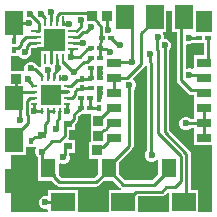
<source format=gtl>
G04*
G04 #@! TF.GenerationSoftware,Altium Limited,Altium Designer,22.2.1 (43)*
G04*
G04 Layer_Physical_Order=1*
G04 Layer_Color=3707366*
%FSLAX44Y44*%
%MOMM*%
G71*
G04*
G04 #@! TF.SameCoordinates,F780184D-461C-43E1-BE8C-576E9D5FD7FD*
G04*
G04*
G04 #@! TF.FilePolarity,Positive*
G04*
G01*
G75*
%ADD10C,0.2500*%
%ADD14R,2.0000X1.6000*%
%ADD15R,1.3000X1.6000*%
%ADD16R,0.8500X0.9000*%
%ADD17R,0.4500X0.5000*%
%ADD18R,0.8000X0.6000*%
%ADD19R,0.5000X0.4500*%
%ADD23R,1.2700X0.7600*%
%ADD24R,0.6000X0.2400*%
%ADD25R,0.2400X0.6000*%
%ADD27R,0.9000X0.8500*%
%ADD46R,1.5000X2.0000*%
%ADD47R,0.8500X0.2400*%
%ADD48R,0.2400X0.8500*%
%ADD49R,1.8000X1.8000*%
%ADD50R,1.6800X1.6800*%
%ADD51C,0.6000*%
G36*
X175000Y157250D02*
X162666D01*
X161500Y157500D01*
Y175000D01*
X175000D01*
Y157250D01*
D02*
G37*
G36*
X167927Y137550D02*
X159750D01*
Y126687D01*
X158480Y125926D01*
X157094Y126500D01*
X154906D01*
X154094Y126163D01*
X152823Y127012D01*
Y146512D01*
X153879Y147218D01*
X154406Y147000D01*
X156594D01*
X158042Y147600D01*
X159250Y147750D01*
X159250Y147750D01*
X159250Y147750D01*
X167927D01*
Y137550D01*
D02*
G37*
G36*
X50500Y154300D02*
Y141500D01*
X40300D01*
Y135371D01*
X40177Y134750D01*
X40227Y134499D01*
Y130611D01*
X39150Y129720D01*
X38544Y129812D01*
X37700Y130161D01*
Y141500D01*
X30300D01*
Y128000D01*
X30300D01*
X30300Y128000D01*
X30143Y127760D01*
X28514Y127593D01*
X27573Y128534D01*
X26588Y129192D01*
X26413Y129615D01*
X24866Y131163D01*
X22844Y132000D01*
X20656D01*
X18635Y131163D01*
X17087Y129615D01*
X16250Y127594D01*
Y125416D01*
X16250Y125406D01*
X15354Y124250D01*
X5000D01*
Y137250D01*
X11686D01*
X11837Y136884D01*
X13384Y135337D01*
X15406Y134500D01*
X17594D01*
X19615Y135337D01*
X21163Y136884D01*
X22000Y138906D01*
Y141094D01*
X21834Y141494D01*
X22073Y142697D01*
Y143962D01*
X22238Y144127D01*
X25700D01*
X26572Y144300D01*
X32500D01*
Y149300D01*
Y159500D01*
X50500D01*
Y154300D01*
D02*
G37*
G36*
X47000Y107800D02*
X51879D01*
X52500Y107676D01*
X52751Y107726D01*
X54125D01*
X54927Y106750D01*
Y105538D01*
X54763Y105373D01*
X52550D01*
X51678Y105200D01*
X47000D01*
Y95500D01*
X30000D01*
Y102800D01*
Y112500D01*
X47000D01*
Y107800D01*
D02*
G37*
G36*
X141500Y157500D02*
X145177D01*
Y116500D01*
X145468Y115037D01*
X146296Y113796D01*
X155046Y105046D01*
X156287Y104218D01*
X157750Y103927D01*
X159750D01*
Y99550D01*
X159750D01*
Y99450D01*
X159750D01*
Y86850D01*
X159750D01*
Y86750D01*
X159750D01*
Y83823D01*
X156955D01*
X156116Y84663D01*
X154094Y85500D01*
X151906D01*
X149885Y84663D01*
X148337Y83116D01*
X147500Y81094D01*
Y78906D01*
X148337Y76884D01*
X149885Y75337D01*
X151906Y74500D01*
X154094D01*
X156116Y75337D01*
X156955Y76177D01*
X159750D01*
Y74150D01*
X159750D01*
Y74050D01*
X159750D01*
Y61450D01*
X175000D01*
Y5000D01*
X163500D01*
Y23500D01*
X157323D01*
Y54000D01*
X157032Y55463D01*
X156204Y56704D01*
X138823Y74084D01*
Y142045D01*
X139663Y142885D01*
X140500Y144906D01*
Y147094D01*
X139663Y149115D01*
X138116Y150663D01*
X136094Y151500D01*
X134771D01*
X134500Y151906D01*
Y154094D01*
X133663Y156116D01*
X133451Y156327D01*
X133938Y157500D01*
X136500D01*
Y175000D01*
X141500D01*
Y157500D01*
D02*
G37*
G36*
X72250Y75000D02*
Y64000D01*
X71250D01*
Y50000D01*
X78500D01*
Y36907D01*
X75416Y33823D01*
X47548D01*
X45573Y35798D01*
Y36750D01*
X45500Y37119D01*
Y45122D01*
X46770Y45971D01*
X47906Y45500D01*
X50094D01*
X52116Y46337D01*
X53663Y47884D01*
X54500Y49906D01*
Y52094D01*
X54064Y53148D01*
X54073Y53197D01*
Y55000D01*
X59500D01*
Y66000D01*
X54052D01*
X53373Y67270D01*
X53782Y67883D01*
X54073Y69346D01*
Y74000D01*
X59500D01*
Y79593D01*
X61204Y81296D01*
X62032Y82537D01*
X62323Y84000D01*
Y86263D01*
X63797Y87736D01*
X63869Y87750D01*
X72250D01*
Y75000D01*
D02*
G37*
G36*
X119205Y128802D02*
X119677Y128637D01*
Y56455D01*
X119337Y56115D01*
X118500Y54094D01*
Y51906D01*
X119337Y49885D01*
X120885Y48337D01*
X122906Y47500D01*
X125094D01*
X127115Y48337D01*
X128230Y49452D01*
X129500Y48926D01*
Y36907D01*
X124416Y31823D01*
X101584D01*
X96500Y36907D01*
Y47093D01*
X107704Y58296D01*
X108532Y59537D01*
X108823Y61000D01*
Y108545D01*
X109663Y109384D01*
X110500Y111406D01*
Y113594D01*
X109663Y115616D01*
X108116Y117163D01*
X107942Y118035D01*
X117704Y127796D01*
X118407Y128848D01*
X119205Y128802D01*
D02*
G37*
G36*
X138500Y20797D02*
Y5000D01*
X112500D01*
Y18093D01*
X112584Y18177D01*
X132500D01*
X133963Y18468D01*
X135204Y19296D01*
X137230Y21323D01*
X138500Y20797D01*
D02*
G37*
G36*
X26249Y58980D02*
X26222Y58953D01*
X25385Y56931D01*
Y54743D01*
X26222Y52722D01*
X27427Y51517D01*
Y47250D01*
X27500Y46881D01*
Y31500D01*
X39057D01*
X43261Y27296D01*
X44501Y26468D01*
X45964Y26177D01*
X77000D01*
X78463Y26468D01*
X79703Y27296D01*
X83907Y31500D01*
X91093D01*
X97296Y25296D01*
X98084Y24770D01*
X97699Y23500D01*
X87500D01*
Y5000D01*
X61500D01*
Y23500D01*
X36500D01*
Y19061D01*
X35444Y18355D01*
X35094Y18500D01*
X32906D01*
X30884Y17663D01*
X29337Y16115D01*
X28500Y14094D01*
Y11906D01*
X29337Y9884D01*
X30884Y8337D01*
X32906Y7500D01*
X35094D01*
X35444Y7645D01*
X36500Y6939D01*
Y5000D01*
X5000D01*
Y53500D01*
X17500D01*
Y60250D01*
X25723D01*
X26249Y58980D01*
D02*
G37*
D10*
X58500Y87846D02*
X62154Y91500D01*
X63500D01*
X64500Y92500D01*
X52500Y90000D02*
Y96500D01*
X58500Y84000D02*
Y87846D01*
X53000Y79500D02*
X54000D01*
X52000D02*
X53000D01*
X45964Y30000D02*
X77000D01*
X87500Y40500D01*
X41750Y34214D02*
X45964Y30000D01*
X153500Y15500D02*
Y54000D01*
X135000Y72500D02*
Y146000D01*
Y72500D02*
X153500Y54000D01*
X129000Y71500D02*
X148500Y52000D01*
X129000Y71500D02*
Y141589D01*
X148500Y31000D02*
Y52000D01*
X168600Y67750D02*
Y80450D01*
X153000Y80000D02*
X168600D01*
X136500Y26000D02*
X143500D01*
X148500Y31000D01*
X19000Y117000D02*
Y117500D01*
X22750Y111550D02*
Y113250D01*
X19000Y117000D02*
X22750Y113250D01*
X46000Y118000D02*
X51000D01*
X51000Y118000D01*
X57830Y124170D02*
X58500Y123500D01*
X56630Y124170D02*
X57830D01*
X58500Y123500D02*
Y124000D01*
X49050Y131750D02*
X56630Y124170D01*
X60500Y116500D02*
X63750D01*
X52550Y111550D02*
X55550D01*
X60500Y116500D01*
X56000Y136500D02*
Y142950D01*
X56050Y143000D02*
X57250D01*
X56000Y142950D02*
X56050Y143000D01*
X41050Y121300D02*
X41550Y121800D01*
X42125Y123178D02*
X44500Y125553D01*
Y126500D01*
X41000Y118000D02*
X41050Y118050D01*
Y121300D01*
X41550Y121800D02*
Y122346D01*
X42125Y122921D01*
Y123178D01*
X35950Y118050D02*
Y124889D01*
Y118050D02*
X36000Y118000D01*
X35875Y124964D02*
X35950Y124889D01*
X44050Y126950D02*
X44500Y126500D01*
X44050Y126950D02*
Y134700D01*
X44000Y134750D02*
X44050Y134700D01*
X38834Y174375D02*
X38950Y174259D01*
Y166300D02*
Y174259D01*
Y166300D02*
X39000Y166250D01*
X49050Y164200D02*
X54000D01*
X94830Y146670D02*
X96330D01*
X89250Y152000D02*
X89500D01*
X94830Y146670D01*
X96330D02*
X97000Y146000D01*
X57250Y148000D02*
X65347D01*
X155500Y152500D02*
X164250D01*
X49000Y51947D02*
X50250Y53197D01*
Y58750D01*
X49000Y51000D02*
Y51947D01*
X50250Y58750D02*
X52000Y60500D01*
X53000D01*
X166150Y121000D02*
X168600Y118550D01*
X156000Y121000D02*
X166150D01*
X128750Y141839D02*
Y152750D01*
X129000Y153000D01*
X128750Y141839D02*
X129000Y141589D01*
X122750Y131750D02*
Y139000D01*
X123500Y53500D02*
Y131000D01*
X122750Y131750D02*
X123500Y131000D01*
X103050Y118550D02*
X115000Y130500D01*
Y156000D02*
X126500Y167500D01*
X115000Y130500D02*
Y156000D01*
X102000Y13000D02*
X111000Y22000D01*
X132500D02*
X136500Y26000D01*
X111000Y22000D02*
X132500D01*
X126000Y28000D02*
X138500Y40500D01*
X87500D02*
X100000Y28000D01*
X126000D01*
X100000Y13000D02*
X102000D01*
X101500Y170000D02*
X107500Y164000D01*
Y132000D02*
Y164000D01*
X93150Y132000D02*
X107500D01*
X92400Y131250D02*
X93150Y132000D01*
X92400Y118550D02*
X103050D01*
X79750Y100750D02*
X80000Y101000D01*
Y105250D01*
X110000Y44500D02*
X112500Y42000D01*
X100000Y44500D02*
X110000D01*
X80750Y153000D02*
Y162663D01*
X73500Y170750D02*
X79000Y165250D01*
X73500Y170750D02*
Y171000D01*
X79000Y164413D02*
Y165250D01*
Y164413D02*
X80750Y162663D01*
X68514Y156940D02*
X73074Y161500D01*
X66236Y156940D02*
X68514D01*
X62846Y153550D02*
X66236Y156940D01*
X70750Y173500D02*
Y173750D01*
X80750Y153000D02*
X81750Y152000D01*
X63500Y136500D02*
X69500Y142500D01*
X56000Y136500D02*
X63500D01*
X69500Y142500D02*
X71750D01*
X72750Y143500D01*
X87000Y159250D02*
Y160000D01*
X86500Y160500D02*
Y171000D01*
Y160500D02*
X87000Y160000D01*
X163000Y55000D02*
Y56000D01*
Y55000D02*
X163500Y54500D01*
Y42000D02*
Y54500D01*
X63786Y166786D02*
X64000Y167000D01*
X60250Y158050D02*
X63786Y161586D01*
Y166786D01*
X56500Y173750D02*
X56500Y173750D01*
X70750D01*
X80750Y143000D02*
X85786D01*
X88736Y140050D01*
X89000D01*
X80250Y143500D02*
X80750Y143000D01*
X45950Y84046D02*
Y89950D01*
X43654Y81750D02*
X45950Y84046D01*
X43654Y75654D02*
Y81750D01*
X43000Y75000D02*
X43654Y75654D01*
X30884Y55837D02*
X31250Y55472D01*
Y47250D02*
Y55472D01*
X12581Y82581D02*
Y99081D01*
X9500Y103000D02*
X13000Y99500D01*
X12581Y99081D02*
X13000Y99500D01*
X30884Y55837D02*
X39893Y64846D01*
X45750D01*
X31250Y47250D02*
X41750Y36750D01*
X45750Y64846D02*
X50250Y69346D01*
X65000Y45500D02*
X65500Y45000D01*
X73000D01*
X151000Y13000D02*
X153500Y15500D01*
X168600Y80450D02*
Y93150D01*
X7500Y68500D02*
X19250Y80250D01*
X18250Y87411D02*
X19250Y86411D01*
Y80250D02*
Y86411D01*
X18250Y87411D02*
Y95654D01*
X50250Y69346D02*
Y77750D01*
X52000Y79500D01*
X123500Y53500D02*
X124000Y53000D01*
X87500Y43500D02*
X105000Y61000D01*
X87500Y42000D02*
Y43500D01*
X105000Y61000D02*
Y112500D01*
X49000Y164250D02*
X49050Y164200D01*
X49000Y164250D02*
Y166250D01*
X45950Y89950D02*
X46000Y90000D01*
X30700Y172500D02*
X33950Y169250D01*
X30000Y172500D02*
X30700D01*
X28662Y158050D02*
Y164924D01*
X21086Y172500D02*
X28662Y164924D01*
X21000Y172500D02*
X21086D01*
X25800Y158050D02*
X28662D01*
X25750Y158000D02*
X25800Y158050D01*
X7500Y165000D02*
X8000Y164500D01*
X20000D01*
X7500Y149750D02*
Y165000D01*
X44550Y171846D02*
X46454Y173750D01*
X44050Y166300D02*
Y170842D01*
X44000Y166250D02*
X44050Y166300D01*
Y170842D02*
X44550Y171342D01*
Y171846D01*
X46454Y173750D02*
X56500D01*
X17750Y153000D02*
X25750D01*
X13750Y149000D02*
X17750Y153000D01*
X24500Y90000D02*
X24500Y90000D01*
X24500Y90000D02*
Y96500D01*
X21750Y126500D02*
X22420Y125830D01*
X24870D01*
X30950Y119750D01*
X22750Y142950D02*
X22800Y143000D01*
X25750D01*
X9500Y130500D02*
X12500Y133500D01*
X18839D01*
X22750Y137411D01*
Y142950D01*
X9500Y106500D02*
Y117500D01*
Y103000D02*
Y106500D01*
X24500D01*
X149000Y116500D02*
Y167500D01*
X151500Y170000D01*
X149000Y116500D02*
X157750Y107750D01*
X58500Y124000D02*
X66500Y132000D01*
X69500D01*
X72500Y135000D02*
X72750D01*
X69500Y132000D02*
X72500Y135000D01*
X34000Y13000D02*
X49000D01*
X41750Y34214D02*
Y36750D01*
X138500Y40500D02*
Y42000D01*
X87500Y40500D02*
Y42000D01*
X61500D02*
X65000Y45500D01*
Y57000D01*
X66000Y69500D02*
Y82000D01*
Y58000D02*
Y69500D01*
X65000Y57000D02*
X66000Y58000D01*
X21500Y65250D02*
Y65500D01*
X22500Y66500D02*
X22750D01*
X24973Y68723D02*
X29723D01*
X22750Y66500D02*
X24973Y68723D01*
X21500Y65500D02*
X22500Y66500D01*
X29723Y68723D02*
X31000Y70000D01*
X31750D01*
X21250Y57500D02*
X21500Y57750D01*
X21250Y49250D02*
Y57500D01*
X21000Y49000D02*
X21250Y49250D01*
X13750Y41750D02*
X21000Y49000D01*
X13750Y37250D02*
Y41750D01*
X7500Y31000D02*
X13750Y37250D01*
X80000Y118000D02*
Y126500D01*
X80250Y143500D02*
Y147750D01*
Y135000D02*
Y143500D01*
X81000Y148500D02*
Y151250D01*
X81750Y152000D01*
X80250Y147750D02*
X81000Y148500D01*
X61973Y153050D02*
X62473Y153550D01*
X62846D01*
X57300Y153050D02*
X61973D01*
X169450Y131250D02*
X171750Y133550D01*
X168600Y131250D02*
X169450D01*
X171750Y133550D02*
Y152500D01*
X157750Y107750D02*
X166700D01*
X168600Y105850D01*
X126500Y167500D02*
Y170000D01*
X92400Y105850D02*
Y118550D01*
X7500Y101000D02*
X9500Y103000D01*
X64500Y92500D02*
Y101000D01*
X54000Y79500D02*
X58500Y84000D01*
X79000Y82250D02*
X87550Y90800D01*
Y90850D01*
X79000Y82000D02*
Y82250D01*
X87550Y90850D02*
X89850Y93150D01*
X92400D01*
X81000Y60250D02*
X83096D01*
X87300Y64454D01*
X78000Y57250D02*
X81000Y60250D01*
X87300Y64454D02*
Y65200D01*
X89850Y67750D01*
X92400D01*
X78000Y57000D02*
Y57250D01*
X89850Y80450D02*
X92400D01*
X86500Y77100D02*
X89850Y80450D01*
X86500Y76154D02*
Y77100D01*
X85146Y74800D02*
X86500Y76154D01*
X84154Y74250D02*
X84154Y74250D01*
X83500Y74250D02*
X84154D01*
X85146Y74800D02*
X85146D01*
X79000Y69750D02*
X83500Y74250D01*
X52500Y101500D02*
X52550Y101550D01*
X56346D02*
X58750Y103954D01*
X52550Y101550D02*
X56346D01*
X7500Y66000D02*
Y68500D01*
X16500Y140947D02*
X18250Y142697D01*
X10596Y143500D02*
X13750Y146654D01*
X18250Y142697D02*
Y145546D01*
X20654Y147950D01*
X13750Y146654D02*
Y149000D01*
X16500Y140000D02*
Y140947D01*
X7500Y142250D02*
Y142500D01*
X8500Y143500D01*
X10596D01*
X25700Y147950D02*
X25750Y148000D01*
X20654Y147950D02*
X25700D01*
X57250Y153000D02*
X57300Y153050D01*
X25750Y143000D02*
X34000D01*
X39000Y148000D01*
X41500Y150500D01*
X39000Y134750D02*
Y148000D01*
X36000Y90000D02*
X41000D01*
X31750Y70000D02*
X33500Y71750D01*
Y79500D01*
X36000Y82000D02*
Y90000D01*
X33500Y79500D02*
X36000Y82000D01*
X18250Y95654D02*
Y99046D01*
X20654Y101450D01*
X18250Y95654D02*
X18250Y95654D01*
X24450Y101450D02*
X24500Y101500D01*
X20654Y101450D02*
X24450D01*
X64750Y110250D02*
X65125Y109875D01*
X72125D02*
X72500Y109500D01*
X65125Y109875D02*
X72125D01*
X72500Y118000D02*
Y126500D01*
X64750Y117750D02*
X64875Y117875D01*
X72375D02*
X72500Y118000D01*
X64875Y117875D02*
X72375D01*
X52500Y111500D02*
X52550Y111550D01*
X58750Y106750D02*
X61000Y109000D01*
X63750D02*
Y109250D01*
X61000Y109000D02*
X63750D01*
X58750Y103954D02*
Y106750D01*
X63750Y109250D02*
X64750Y110250D01*
X38500Y104000D02*
X41000Y106500D01*
X80000Y105250D02*
X80250Y105500D01*
X80000Y109500D02*
X80125Y109375D01*
Y105625D02*
Y109375D01*
Y105625D02*
X80250Y105500D01*
X72000Y92500D02*
Y101000D01*
X72375Y92875D02*
X79375D01*
X72000Y92500D02*
X72375Y92875D01*
X79375D02*
X79750Y93250D01*
X41000Y106500D02*
X52500D01*
X24500Y90000D02*
X31000D01*
D14*
X49000Y13000D02*
D03*
X100000D02*
D03*
X151000D02*
D03*
D15*
X36500Y42000D02*
D03*
X61500D02*
D03*
X87500D02*
D03*
X112500D02*
D03*
X138500D02*
D03*
X163500D02*
D03*
D16*
X86500Y171000D02*
D03*
X73500D02*
D03*
X79000Y82000D02*
D03*
X66000D02*
D03*
X79000Y69500D02*
D03*
X66000D02*
D03*
X65000Y57000D02*
D03*
X78000D02*
D03*
D17*
X64750Y117750D02*
D03*
Y110250D02*
D03*
X21500Y65250D02*
D03*
Y57750D02*
D03*
X79750Y100750D02*
D03*
Y93250D02*
D03*
X7500Y149750D02*
D03*
Y142250D02*
D03*
D18*
X31000Y70000D02*
D03*
X53000Y79500D02*
D03*
Y60500D02*
D03*
D19*
X171750Y152500D02*
D03*
X164250D02*
D03*
X72000Y101000D02*
D03*
X64500D02*
D03*
X72500Y109500D02*
D03*
X80000D02*
D03*
X72000Y92500D02*
D03*
X64500D02*
D03*
X72750Y143500D02*
D03*
X80250D02*
D03*
X72750Y135000D02*
D03*
X80250D02*
D03*
X89250Y152000D02*
D03*
X81750D02*
D03*
X80000Y118000D02*
D03*
X72500D02*
D03*
Y126500D02*
D03*
X80000D02*
D03*
D23*
X92400Y131250D02*
D03*
X168600D02*
D03*
X92400Y118550D02*
D03*
X168600D02*
D03*
X92400Y105850D02*
D03*
X168600D02*
D03*
X92400Y93150D02*
D03*
X168600D02*
D03*
X92400Y80450D02*
D03*
X168600D02*
D03*
X92400Y67750D02*
D03*
X168600D02*
D03*
D24*
X24500Y96500D02*
D03*
Y101500D02*
D03*
Y106500D02*
D03*
Y111500D02*
D03*
X52500Y111500D02*
D03*
Y106500D02*
D03*
Y101500D02*
D03*
Y96500D02*
D03*
D25*
X46000Y90000D02*
D03*
X41000D02*
D03*
X36000D02*
D03*
X31000D02*
D03*
X31000Y118000D02*
D03*
X36000D02*
D03*
X41000D02*
D03*
X46000D02*
D03*
D27*
X9500Y130500D02*
D03*
Y117500D02*
D03*
D46*
X7500Y66000D02*
D03*
Y31000D02*
D03*
X126500Y170000D02*
D03*
X151500D02*
D03*
X101500D02*
D03*
X7500Y165000D02*
D03*
Y101000D02*
D03*
D47*
X25750Y158000D02*
D03*
Y153000D02*
D03*
Y148000D02*
D03*
Y143000D02*
D03*
X57250D02*
D03*
Y148000D02*
D03*
Y153000D02*
D03*
Y158000D02*
D03*
D48*
X34000Y134750D02*
D03*
X39000D02*
D03*
X44000D02*
D03*
X49000D02*
D03*
Y166250D02*
D03*
X44000D02*
D03*
X39000D02*
D03*
X34000D02*
D03*
D49*
X41500Y150500D02*
D03*
D50*
X38500Y104000D02*
D03*
D51*
X52500Y90000D02*
D03*
X153000Y80000D02*
D03*
X19000Y117500D02*
D03*
X51000Y118000D02*
D03*
X58500Y123500D02*
D03*
X56000Y136500D02*
D03*
X44500Y126500D02*
D03*
X35875Y124964D02*
D03*
X38834Y174375D02*
D03*
X54000Y164200D02*
D03*
X97000Y146000D02*
D03*
X65474Y147873D02*
D03*
X155500Y152500D02*
D03*
X49000Y51000D02*
D03*
X156000Y121000D02*
D03*
X140000Y154000D02*
D03*
X135000Y146000D02*
D03*
X122750Y139000D02*
D03*
X129000Y153000D02*
D03*
X125000Y11000D02*
D03*
X74000D02*
D03*
X169000Y169000D02*
D03*
X161000Y143000D02*
D03*
X152000Y95000D02*
D03*
X114000Y69000D02*
D03*
X11000Y11000D02*
D03*
X50000Y40500D02*
D03*
X66000Y84000D02*
D03*
X115000Y113000D02*
D03*
X107500Y132000D02*
D03*
X80250Y105500D02*
D03*
X100000Y44500D02*
D03*
X73074Y161500D02*
D03*
X87000Y159250D02*
D03*
X163000Y56000D02*
D03*
X64000Y167000D02*
D03*
X89000Y140050D02*
D03*
X43000Y75000D02*
D03*
X12581Y82581D02*
D03*
X30884Y55837D02*
D03*
X73000Y45000D02*
D03*
X124000Y53000D02*
D03*
X105000Y112500D02*
D03*
X30000Y172500D02*
D03*
X21000D02*
D03*
X20000Y164500D02*
D03*
X24500Y90000D02*
D03*
X21750Y126500D02*
D03*
X34000Y13000D02*
D03*
X21000Y49000D02*
D03*
X80000Y122250D02*
D03*
X16500Y140000D02*
D03*
X41500Y150500D02*
D03*
X38500Y104000D02*
D03*
M02*

</source>
